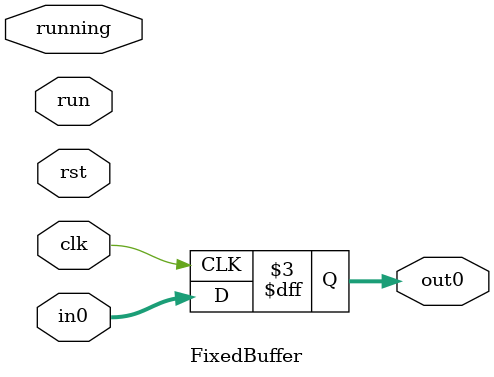
<source format=v>
`timescale 1ns / 1ps

module FixedBuffer #(
         parameter ADDR_W = 6,
         parameter DATA_W = 32,
         parameter AMOUNT = 0
      )
    (
    //control
    input                         clk,
    input                         rst,
    
    input                         running,
    input                         run,

    //input / output data
    input [DATA_W-1:0]            in0,

    (* versat_latency = 1 *) output reg [DATA_W-1:0] out0
   );

generate
   if(AMOUNT == 0) begin
      always @(posedge clk)
      begin
         out0 <= in0;
      end
   end else begin
      integer i;
      reg [31:0] bufferData[AMOUNT-1:0];
      always @(posedge clk)
      begin
         out0 <= bufferData[0];
         for(i = 0; i < AMOUNT - 1; i = i + 1) begin
            bufferData[i] <= bufferData[i+1];
         end
         bufferData[AMOUNT-1] <= in0;
      end
   end
endgenerate

endmodule
</source>
